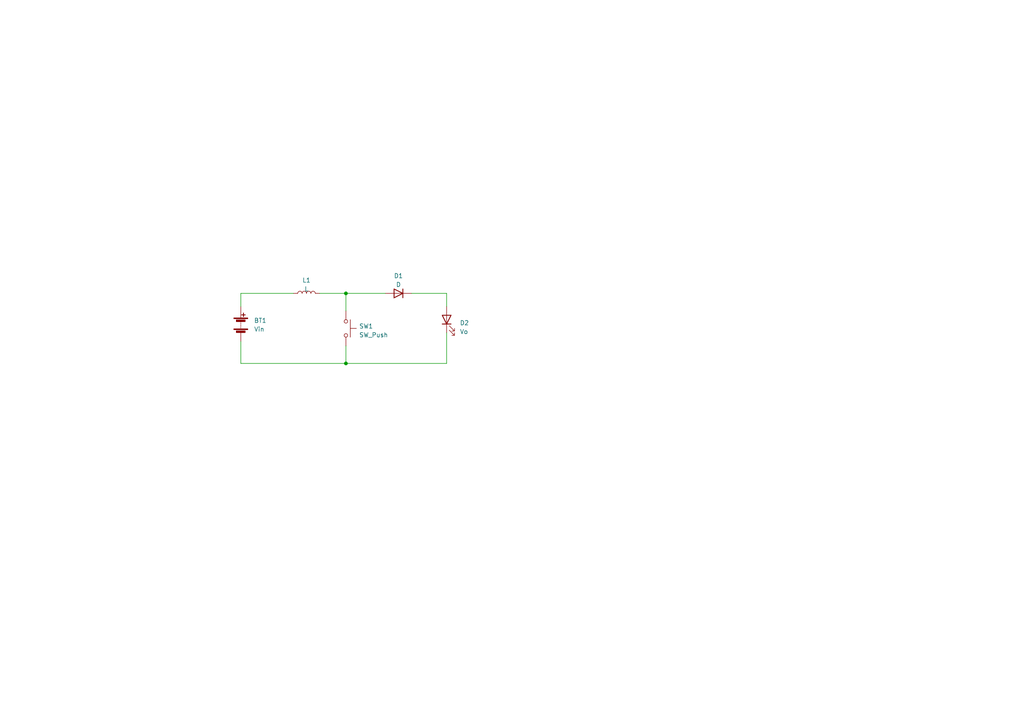
<source format=kicad_sch>
(kicad_sch (version 20230121) (generator eeschema)

  (uuid c266bbc2-4b89-4d11-a074-ae94fd501e47)

  (paper "A4")

  (lib_symbols
    (symbol "Device:Battery" (pin_numbers hide) (pin_names (offset 0) hide) (in_bom yes) (on_board yes)
      (property "Reference" "BT" (at 2.54 2.54 0)
        (effects (font (size 1.27 1.27)) (justify left))
      )
      (property "Value" "Battery" (at 2.54 0 0)
        (effects (font (size 1.27 1.27)) (justify left))
      )
      (property "Footprint" "" (at 0 1.524 90)
        (effects (font (size 1.27 1.27)) hide)
      )
      (property "Datasheet" "~" (at 0 1.524 90)
        (effects (font (size 1.27 1.27)) hide)
      )
      (property "ki_keywords" "batt voltage-source cell" (at 0 0 0)
        (effects (font (size 1.27 1.27)) hide)
      )
      (property "ki_description" "Multiple-cell battery" (at 0 0 0)
        (effects (font (size 1.27 1.27)) hide)
      )
      (symbol "Battery_0_1"
        (rectangle (start -2.032 -1.397) (end 2.032 -1.651)
          (stroke (width 0) (type default))
          (fill (type outline))
        )
        (rectangle (start -2.032 1.778) (end 2.032 1.524)
          (stroke (width 0) (type default))
          (fill (type outline))
        )
        (rectangle (start -1.3208 -1.9812) (end 1.27 -2.4892)
          (stroke (width 0) (type default))
          (fill (type outline))
        )
        (rectangle (start -1.3208 1.1938) (end 1.27 0.6858)
          (stroke (width 0) (type default))
          (fill (type outline))
        )
        (polyline
          (pts
            (xy 0 -1.524)
            (xy 0 -1.27)
          )
          (stroke (width 0) (type default))
          (fill (type none))
        )
        (polyline
          (pts
            (xy 0 -1.016)
            (xy 0 -0.762)
          )
          (stroke (width 0) (type default))
          (fill (type none))
        )
        (polyline
          (pts
            (xy 0 -0.508)
            (xy 0 -0.254)
          )
          (stroke (width 0) (type default))
          (fill (type none))
        )
        (polyline
          (pts
            (xy 0 0)
            (xy 0 0.254)
          )
          (stroke (width 0) (type default))
          (fill (type none))
        )
        (polyline
          (pts
            (xy 0 0.508)
            (xy 0 0.762)
          )
          (stroke (width 0) (type default))
          (fill (type none))
        )
        (polyline
          (pts
            (xy 0 1.778)
            (xy 0 2.54)
          )
          (stroke (width 0) (type default))
          (fill (type none))
        )
        (polyline
          (pts
            (xy 0.254 2.667)
            (xy 1.27 2.667)
          )
          (stroke (width 0.254) (type default))
          (fill (type none))
        )
        (polyline
          (pts
            (xy 0.762 3.175)
            (xy 0.762 2.159)
          )
          (stroke (width 0.254) (type default))
          (fill (type none))
        )
      )
      (symbol "Battery_1_1"
        (pin passive line (at 0 5.08 270) (length 2.54)
          (name "+" (effects (font (size 1.27 1.27))))
          (number "1" (effects (font (size 1.27 1.27))))
        )
        (pin passive line (at 0 -5.08 90) (length 2.54)
          (name "-" (effects (font (size 1.27 1.27))))
          (number "2" (effects (font (size 1.27 1.27))))
        )
      )
    )
    (symbol "Device:D" (pin_numbers hide) (pin_names (offset 1.016) hide) (in_bom yes) (on_board yes)
      (property "Reference" "D" (at 0 2.54 0)
        (effects (font (size 1.27 1.27)))
      )
      (property "Value" "D" (at 0 -2.54 0)
        (effects (font (size 1.27 1.27)))
      )
      (property "Footprint" "" (at 0 0 0)
        (effects (font (size 1.27 1.27)) hide)
      )
      (property "Datasheet" "~" (at 0 0 0)
        (effects (font (size 1.27 1.27)) hide)
      )
      (property "Sim.Device" "D" (at 0 0 0)
        (effects (font (size 1.27 1.27)) hide)
      )
      (property "Sim.Pins" "1=K 2=A" (at 0 0 0)
        (effects (font (size 1.27 1.27)) hide)
      )
      (property "ki_keywords" "diode" (at 0 0 0)
        (effects (font (size 1.27 1.27)) hide)
      )
      (property "ki_description" "Diode" (at 0 0 0)
        (effects (font (size 1.27 1.27)) hide)
      )
      (property "ki_fp_filters" "TO-???* *_Diode_* *SingleDiode* D_*" (at 0 0 0)
        (effects (font (size 1.27 1.27)) hide)
      )
      (symbol "D_0_1"
        (polyline
          (pts
            (xy -1.27 1.27)
            (xy -1.27 -1.27)
          )
          (stroke (width 0.254) (type default))
          (fill (type none))
        )
        (polyline
          (pts
            (xy 1.27 0)
            (xy -1.27 0)
          )
          (stroke (width 0) (type default))
          (fill (type none))
        )
        (polyline
          (pts
            (xy 1.27 1.27)
            (xy 1.27 -1.27)
            (xy -1.27 0)
            (xy 1.27 1.27)
          )
          (stroke (width 0.254) (type default))
          (fill (type none))
        )
      )
      (symbol "D_1_1"
        (pin passive line (at -3.81 0 0) (length 2.54)
          (name "K" (effects (font (size 1.27 1.27))))
          (number "1" (effects (font (size 1.27 1.27))))
        )
        (pin passive line (at 3.81 0 180) (length 2.54)
          (name "A" (effects (font (size 1.27 1.27))))
          (number "2" (effects (font (size 1.27 1.27))))
        )
      )
    )
    (symbol "Device:L" (pin_numbers hide) (pin_names (offset 1.016) hide) (in_bom yes) (on_board yes)
      (property "Reference" "L" (at -1.27 0 90)
        (effects (font (size 1.27 1.27)))
      )
      (property "Value" "L" (at 1.905 0 90)
        (effects (font (size 1.27 1.27)))
      )
      (property "Footprint" "" (at 0 0 0)
        (effects (font (size 1.27 1.27)) hide)
      )
      (property "Datasheet" "~" (at 0 0 0)
        (effects (font (size 1.27 1.27)) hide)
      )
      (property "ki_keywords" "inductor choke coil reactor magnetic" (at 0 0 0)
        (effects (font (size 1.27 1.27)) hide)
      )
      (property "ki_description" "Inductor" (at 0 0 0)
        (effects (font (size 1.27 1.27)) hide)
      )
      (property "ki_fp_filters" "Choke_* *Coil* Inductor_* L_*" (at 0 0 0)
        (effects (font (size 1.27 1.27)) hide)
      )
      (symbol "L_0_1"
        (arc (start 0 -2.54) (mid 0.6323 -1.905) (end 0 -1.27)
          (stroke (width 0) (type default))
          (fill (type none))
        )
        (arc (start 0 -1.27) (mid 0.6323 -0.635) (end 0 0)
          (stroke (width 0) (type default))
          (fill (type none))
        )
        (arc (start 0 0) (mid 0.6323 0.635) (end 0 1.27)
          (stroke (width 0) (type default))
          (fill (type none))
        )
        (arc (start 0 1.27) (mid 0.6323 1.905) (end 0 2.54)
          (stroke (width 0) (type default))
          (fill (type none))
        )
      )
      (symbol "L_1_1"
        (pin passive line (at 0 3.81 270) (length 1.27)
          (name "1" (effects (font (size 1.27 1.27))))
          (number "1" (effects (font (size 1.27 1.27))))
        )
        (pin passive line (at 0 -3.81 90) (length 1.27)
          (name "2" (effects (font (size 1.27 1.27))))
          (number "2" (effects (font (size 1.27 1.27))))
        )
      )
    )
    (symbol "Device:LED" (pin_numbers hide) (pin_names (offset 1.016) hide) (in_bom yes) (on_board yes)
      (property "Reference" "D" (at 0 2.54 0)
        (effects (font (size 1.27 1.27)))
      )
      (property "Value" "LED" (at 0 -2.54 0)
        (effects (font (size 1.27 1.27)))
      )
      (property "Footprint" "" (at 0 0 0)
        (effects (font (size 1.27 1.27)) hide)
      )
      (property "Datasheet" "~" (at 0 0 0)
        (effects (font (size 1.27 1.27)) hide)
      )
      (property "ki_keywords" "LED diode" (at 0 0 0)
        (effects (font (size 1.27 1.27)) hide)
      )
      (property "ki_description" "Light emitting diode" (at 0 0 0)
        (effects (font (size 1.27 1.27)) hide)
      )
      (property "ki_fp_filters" "LED* LED_SMD:* LED_THT:*" (at 0 0 0)
        (effects (font (size 1.27 1.27)) hide)
      )
      (symbol "LED_0_1"
        (polyline
          (pts
            (xy -1.27 -1.27)
            (xy -1.27 1.27)
          )
          (stroke (width 0.254) (type default))
          (fill (type none))
        )
        (polyline
          (pts
            (xy -1.27 0)
            (xy 1.27 0)
          )
          (stroke (width 0) (type default))
          (fill (type none))
        )
        (polyline
          (pts
            (xy 1.27 -1.27)
            (xy 1.27 1.27)
            (xy -1.27 0)
            (xy 1.27 -1.27)
          )
          (stroke (width 0.254) (type default))
          (fill (type none))
        )
        (polyline
          (pts
            (xy -3.048 -0.762)
            (xy -4.572 -2.286)
            (xy -3.81 -2.286)
            (xy -4.572 -2.286)
            (xy -4.572 -1.524)
          )
          (stroke (width 0) (type default))
          (fill (type none))
        )
        (polyline
          (pts
            (xy -1.778 -0.762)
            (xy -3.302 -2.286)
            (xy -2.54 -2.286)
            (xy -3.302 -2.286)
            (xy -3.302 -1.524)
          )
          (stroke (width 0) (type default))
          (fill (type none))
        )
      )
      (symbol "LED_1_1"
        (pin passive line (at -3.81 0 0) (length 2.54)
          (name "K" (effects (font (size 1.27 1.27))))
          (number "1" (effects (font (size 1.27 1.27))))
        )
        (pin passive line (at 3.81 0 180) (length 2.54)
          (name "A" (effects (font (size 1.27 1.27))))
          (number "2" (effects (font (size 1.27 1.27))))
        )
      )
    )
    (symbol "Switch:SW_Push" (pin_numbers hide) (pin_names (offset 1.016) hide) (in_bom yes) (on_board yes)
      (property "Reference" "SW" (at 1.27 2.54 0)
        (effects (font (size 1.27 1.27)) (justify left))
      )
      (property "Value" "SW_Push" (at 0 -1.524 0)
        (effects (font (size 1.27 1.27)))
      )
      (property "Footprint" "" (at 0 5.08 0)
        (effects (font (size 1.27 1.27)) hide)
      )
      (property "Datasheet" "~" (at 0 5.08 0)
        (effects (font (size 1.27 1.27)) hide)
      )
      (property "ki_keywords" "switch normally-open pushbutton push-button" (at 0 0 0)
        (effects (font (size 1.27 1.27)) hide)
      )
      (property "ki_description" "Push button switch, generic, two pins" (at 0 0 0)
        (effects (font (size 1.27 1.27)) hide)
      )
      (symbol "SW_Push_0_1"
        (circle (center -2.032 0) (radius 0.508)
          (stroke (width 0) (type default))
          (fill (type none))
        )
        (polyline
          (pts
            (xy 0 1.27)
            (xy 0 3.048)
          )
          (stroke (width 0) (type default))
          (fill (type none))
        )
        (polyline
          (pts
            (xy 2.54 1.27)
            (xy -2.54 1.27)
          )
          (stroke (width 0) (type default))
          (fill (type none))
        )
        (circle (center 2.032 0) (radius 0.508)
          (stroke (width 0) (type default))
          (fill (type none))
        )
        (pin passive line (at -5.08 0 0) (length 2.54)
          (name "1" (effects (font (size 1.27 1.27))))
          (number "1" (effects (font (size 1.27 1.27))))
        )
        (pin passive line (at 5.08 0 180) (length 2.54)
          (name "2" (effects (font (size 1.27 1.27))))
          (number "2" (effects (font (size 1.27 1.27))))
        )
      )
    )
  )

  (junction (at 100.33 105.41) (diameter 0) (color 0 0 0 0)
    (uuid bafe630d-5440-4a1c-9c79-5f85a628a66b)
  )
  (junction (at 100.33 85.09) (diameter 0) (color 0 0 0 0)
    (uuid db97f703-bc39-4b62-a0fa-5b59c0bec820)
  )

  (wire (pts (xy 100.33 100.33) (xy 100.33 105.41))
    (stroke (width 0) (type default))
    (uuid 0b9eaf23-112c-43e2-894e-4367794fd968)
  )
  (wire (pts (xy 69.85 88.9) (xy 69.85 85.09))
    (stroke (width 0) (type default))
    (uuid 12d51f56-87d7-46d8-b9ad-32cdd9b47c3a)
  )
  (wire (pts (xy 119.38 85.09) (xy 129.54 85.09))
    (stroke (width 0) (type default))
    (uuid 214709e5-62c3-4116-8ab2-c36bdbb55f4e)
  )
  (wire (pts (xy 129.54 105.41) (xy 100.33 105.41))
    (stroke (width 0) (type default))
    (uuid 26b1f5cc-7735-4f1f-9de4-df6f7dd3fffa)
  )
  (wire (pts (xy 69.85 85.09) (xy 85.09 85.09))
    (stroke (width 0) (type default))
    (uuid 2dbee25b-998c-46f2-85a2-4546d49fbc99)
  )
  (wire (pts (xy 129.54 96.52) (xy 129.54 105.41))
    (stroke (width 0) (type default))
    (uuid 33aa035b-308b-4c66-bd3d-7f0268a60ae4)
  )
  (wire (pts (xy 100.33 85.09) (xy 100.33 90.17))
    (stroke (width 0) (type default))
    (uuid 408a4999-c2ee-4df8-9704-8338d0d11c4d)
  )
  (wire (pts (xy 92.71 85.09) (xy 100.33 85.09))
    (stroke (width 0) (type default))
    (uuid 6b4a1a6e-32ec-446d-8409-43165a6fdc0e)
  )
  (wire (pts (xy 100.33 105.41) (xy 69.85 105.41))
    (stroke (width 0) (type default))
    (uuid 86fbae0f-ed67-431d-9f38-d1ed0a8cd3e0)
  )
  (wire (pts (xy 100.33 85.09) (xy 111.76 85.09))
    (stroke (width 0) (type default))
    (uuid 90870cab-f69c-4225-929c-200e8885cc04)
  )
  (wire (pts (xy 129.54 85.09) (xy 129.54 88.9))
    (stroke (width 0) (type default))
    (uuid 9c5b214c-b0f0-412c-aee5-b01d0ba9fceb)
  )
  (wire (pts (xy 69.85 105.41) (xy 69.85 99.06))
    (stroke (width 0) (type default))
    (uuid cb2465e7-ac30-43ab-a5e1-1723b7ecdea1)
  )

  (symbol (lib_id "Device:L") (at 88.9 85.09 90) (unit 1)
    (in_bom yes) (on_board yes) (dnp no) (fields_autoplaced)
    (uuid 12ea90ee-9294-412d-8af6-3081bcfcae07)
    (property "Reference" "L1" (at 88.9 81.28 90)
      (effects (font (size 1.27 1.27)))
    )
    (property "Value" "L" (at 88.9 83.82 90)
      (effects (font (size 1.27 1.27)))
    )
    (property "Footprint" "" (at 88.9 85.09 0)
      (effects (font (size 1.27 1.27)) hide)
    )
    (property "Datasheet" "~" (at 88.9 85.09 0)
      (effects (font (size 1.27 1.27)) hide)
    )
    (pin "1" (uuid 50d92ebd-fbb9-42e6-9d65-b830e99203c3))
    (pin "2" (uuid aa334b56-f507-41bf-8ce0-a45486b6a045))
    (instances
      (project "boot converter"
        (path "/c266bbc2-4b89-4d11-a074-ae94fd501e47"
          (reference "L1") (unit 1)
        )
      )
    )
  )

  (symbol (lib_id "Switch:SW_Push") (at 100.33 95.25 270) (unit 1)
    (in_bom yes) (on_board yes) (dnp no) (fields_autoplaced)
    (uuid 189e775f-1195-4493-82db-f8bf227be1fc)
    (property "Reference" "SW1" (at 104.14 94.615 90)
      (effects (font (size 1.27 1.27)) (justify left))
    )
    (property "Value" "SW_Push" (at 104.14 97.155 90)
      (effects (font (size 1.27 1.27)) (justify left))
    )
    (property "Footprint" "" (at 105.41 95.25 0)
      (effects (font (size 1.27 1.27)) hide)
    )
    (property "Datasheet" "~" (at 105.41 95.25 0)
      (effects (font (size 1.27 1.27)) hide)
    )
    (pin "1" (uuid a3428736-3cf6-43df-8819-4a9c31410229))
    (pin "2" (uuid 3769de43-8b59-45ba-a3e3-467ff8f233a5))
    (instances
      (project "boot converter"
        (path "/c266bbc2-4b89-4d11-a074-ae94fd501e47"
          (reference "SW1") (unit 1)
        )
      )
    )
  )

  (symbol (lib_id "Device:D") (at 115.57 85.09 180) (unit 1)
    (in_bom yes) (on_board yes) (dnp no) (fields_autoplaced)
    (uuid 37a79c8d-3dc9-484e-afc7-d331956587ad)
    (property "Reference" "D1" (at 115.57 80.01 0)
      (effects (font (size 1.27 1.27)))
    )
    (property "Value" "D" (at 115.57 82.55 0)
      (effects (font (size 1.27 1.27)))
    )
    (property "Footprint" "" (at 115.57 85.09 0)
      (effects (font (size 1.27 1.27)) hide)
    )
    (property "Datasheet" "~" (at 115.57 85.09 0)
      (effects (font (size 1.27 1.27)) hide)
    )
    (property "Sim.Device" "D" (at 115.57 85.09 0)
      (effects (font (size 1.27 1.27)) hide)
    )
    (property "Sim.Pins" "1=K 2=A" (at 115.57 85.09 0)
      (effects (font (size 1.27 1.27)) hide)
    )
    (pin "1" (uuid 9028a667-cd40-4768-a0e2-1666ad246459))
    (pin "2" (uuid 07382d64-6faf-44ea-914d-d305dc109a66))
    (instances
      (project "boot converter"
        (path "/c266bbc2-4b89-4d11-a074-ae94fd501e47"
          (reference "D1") (unit 1)
        )
      )
    )
  )

  (symbol (lib_id "Device:LED") (at 129.54 92.71 90) (unit 1)
    (in_bom yes) (on_board yes) (dnp no) (fields_autoplaced)
    (uuid 812416be-f0d8-46bd-9d41-8063140ac6a5)
    (property "Reference" "D2" (at 133.35 93.6625 90)
      (effects (font (size 1.27 1.27)) (justify right))
    )
    (property "Value" "Vo" (at 133.35 96.2025 90)
      (effects (font (size 1.27 1.27)) (justify right))
    )
    (property "Footprint" "" (at 129.54 92.71 0)
      (effects (font (size 1.27 1.27)) hide)
    )
    (property "Datasheet" "~" (at 129.54 92.71 0)
      (effects (font (size 1.27 1.27)) hide)
    )
    (pin "1" (uuid 60c7f156-eb38-421e-8251-27692604ec02))
    (pin "2" (uuid 8f684201-4db0-4e30-841f-fc44b89a7ab9))
    (instances
      (project "boot converter"
        (path "/c266bbc2-4b89-4d11-a074-ae94fd501e47"
          (reference "D2") (unit 1)
        )
      )
    )
  )

  (symbol (lib_id "Device:Battery") (at 69.85 93.98 0) (unit 1)
    (in_bom yes) (on_board yes) (dnp no) (fields_autoplaced)
    (uuid bcef7fe8-faa4-4558-bd39-902689b70995)
    (property "Reference" "BT1" (at 73.66 92.964 0)
      (effects (font (size 1.27 1.27)) (justify left))
    )
    (property "Value" "Vin" (at 73.66 95.504 0)
      (effects (font (size 1.27 1.27)) (justify left))
    )
    (property "Footprint" "" (at 69.85 92.456 90)
      (effects (font (size 1.27 1.27)) hide)
    )
    (property "Datasheet" "~" (at 69.85 92.456 90)
      (effects (font (size 1.27 1.27)) hide)
    )
    (pin "1" (uuid d946f313-cd1b-41d4-9d91-129624226d93))
    (pin "2" (uuid e319e838-d033-4af6-bd0a-7a89ef4e25d9))
    (instances
      (project "boot converter"
        (path "/c266bbc2-4b89-4d11-a074-ae94fd501e47"
          (reference "BT1") (unit 1)
        )
      )
    )
  )

  (sheet_instances
    (path "/" (page "1"))
  )
)

</source>
